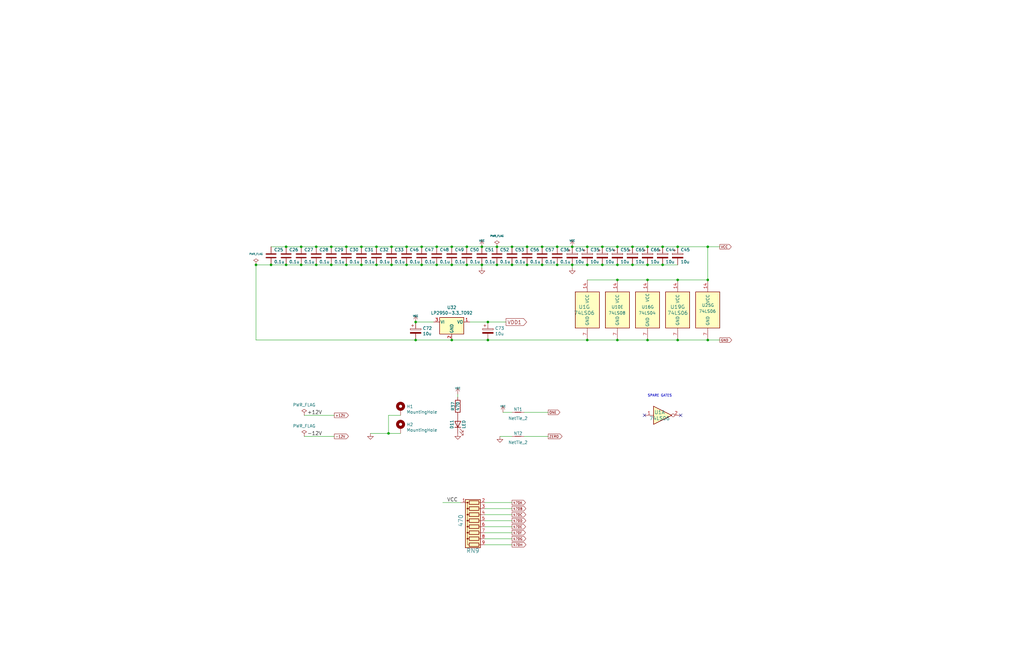
<source format=kicad_sch>
(kicad_sch (version 20211123) (generator eeschema)
  (paper "B")
  (lib_symbols
    (symbol "74xx:74LS04"
      (property "Reference" "U" (at 0 1.27 0))
      (property "Value" "74LS04" (at 0 -1.27 0))
      (symbol "74LS04_1_0"
        (polyline (pts (xy -3.81 3.81) (xy -3.81 -3.81) (xy 3.81 0) (xy -3.81 3.81)) (stroke (width 0.254)) (fill (type background)))
        (pin input line (at -7.62 0 0) (length 3.81) (name "~") (number "1"))
        (pin output inverted (at 7.62 0 180) (length 3.81) (name "~") (number "2"))
      )
      (symbol "74LS04_2_0"
        (polyline (pts (xy -3.81 3.81) (xy -3.81 -3.81) (xy 3.81 0) (xy -3.81 3.81)) (stroke (width 0.254)) (fill (type background)))
        (pin input line (at -7.62 0 0) (length 3.81) (name "~") (number "3"))
        (pin output inverted (at 7.62 0 180) (length 3.81) (name "~") (number "4"))
      )
      (symbol "74LS04_3_0"
        (polyline (pts (xy -3.81 3.81) (xy -3.81 -3.81) (xy 3.81 0) (xy -3.81 3.81)) (stroke (width 0.254)) (fill (type background)))
        (pin input line (at -7.62 0 0) (length 3.81) (name "~") (number "5"))
        (pin output inverted (at 7.62 0 180) (length 3.81) (name "~") (number "6"))
      )
      (symbol "74LS04_4_0"
        (polyline (pts (xy -3.81 3.81) (xy -3.81 -3.81) (xy 3.81 0) (xy -3.81 3.81)) (stroke (width 0.254)) (fill (type background)))
        (pin output inverted (at 7.62 0 180) (length 3.81) (name "~") (number "8"))
        (pin input line (at -7.62 0 0) (length 3.81) (name "~") (number "9"))
      )
      (symbol "74LS04_5_0"
        (polyline (pts (xy -3.81 3.81) (xy -3.81 -3.81) (xy 3.81 0) (xy -3.81 3.81)) (stroke (width 0.254)) (fill (type background)))
        (pin output inverted (at 7.62 0 180) (length 3.81) (name "~") (number "10"))
        (pin input line (at -7.62 0 0) (length 3.81) (name "~") (number "11"))
      )
      (symbol "74LS04_6_0"
        (polyline (pts (xy -3.81 3.81) (xy -3.81 -3.81) (xy 3.81 0) (xy -3.81 3.81)) (stroke (width 0.254)) (fill (type background)))
        (pin output inverted (at 7.62 0 180) (length 3.81) (name "~") (number "12"))
        (pin input line (at -7.62 0 0) (length 3.81) (name "~") (number "13"))
      )
      (symbol "74LS04_7_0"
        (pin power_in line (at 0 12.7 270) (length 5.08) (name "VCC") (number "14"))
        (pin power_in line (at 0 -12.7 90) (length 5.08) (name "GND") (number "7"))
      )
      (symbol "74LS04_7_1"
        (rectangle (start -5.08 7.62) (end 5.08 -7.62) (stroke (width 0.254)) (fill (type background)))
      )
    )
    (symbol "74xx:74LS06" (pin_names (offset 1.016))
      (property "Reference" "U" (at 0 1.27 0))
      (property "Value" "74LS06" (at 0 -1.27 0))
      (symbol "74LS06_1_0"
        (polyline (pts (xy -3.81 3.81) (xy -3.81 -3.81) (xy 3.81 0) (xy -3.81 3.81)) (stroke (width 0.254)) (fill (type background)))
        (pin input line (at -7.62 0 0) (length 3.81) (name "~") (number "1"))
        (pin open_collector inverted (at 7.62 0 180) (length 3.81) (name "~") (number "2"))
      )
      (symbol "74LS06_2_0"
        (polyline (pts (xy -3.81 3.81) (xy -3.81 -3.81) (xy 3.81 0) (xy -3.81 3.81)) (stroke (width 0.254)) (fill (type background)))
        (pin input line (at -7.62 0 0) (length 3.81) (name "~") (number "3"))
        (pin open_collector inverted (at 7.62 0 180) (length 3.81) (name "~") (number "4"))
      )
      (symbol "74LS06_3_0"
        (polyline (pts (xy -3.81 3.81) (xy -3.81 -3.81) (xy 3.81 0) (xy -3.81 3.81)) (stroke (width 0.254)) (fill (type background)))
        (pin input line (at -7.62 0 0) (length 3.81) (name "~") (number "5"))
        (pin open_collector inverted (at 7.62 0 180) (length 3.81) (name "~") (number "6"))
      )
      (symbol "74LS06_4_0"
        (polyline (pts (xy -3.81 3.81) (xy -3.81 -3.81) (xy 3.81 0) (xy -3.81 3.81)) (stroke (width 0.254)) (fill (type background)))
        (pin open_collector inverted (at 7.62 0 180) (length 3.81) (name "~") (number "8"))
        (pin input line (at -7.62 0 0) (length 3.81) (name "~") (number "9"))
      )
      (symbol "74LS06_5_0"
        (polyline (pts (xy -3.81 3.81) (xy -3.81 -3.81) (xy 3.81 0) (xy -3.81 3.81)) (stroke (width 0.254)) (fill (type background)))
        (pin open_collector inverted (at 7.62 0 180) (length 3.81) (name "~") (number "10"))
        (pin input line (at -7.62 0 0) (length 3.81) (name "~") (number "11"))
      )
      (symbol "74LS06_6_0"
        (polyline (pts (xy -3.81 3.81) (xy -3.81 -3.81) (xy 3.81 0) (xy -3.81 3.81)) (stroke (width 0.254)) (fill (type background)))
        (pin open_collector inverted (at 7.62 0 180) (length 3.81) (name "~") (number "12"))
        (pin input line (at -7.62 0 0) (length 3.81) (name "~") (number "13"))
      )
      (symbol "74LS06_7_0"
        (pin power_in line (at 0 12.7 270) (length 5.08) (name "VCC") (number "14"))
        (pin power_in line (at 0 -12.7 90) (length 5.08) (name "GND") (number "7"))
      )
      (symbol "74LS06_7_1"
        (rectangle (start -5.08 7.62) (end 5.08 -7.62) (stroke (width 0.254)) (fill (type background)))
      )
    )
    (symbol "74xx:74LS06N" (pin_names (offset 1.016))
      (property "Reference" "U" (at 0 1.27 0))
      (property "Value" "74LS06N" (at 0 -1.27 0))
      (symbol "74LS06N_1_0"
        (polyline (pts (xy -3.81 3.81) (xy -3.81 -3.81) (xy 3.81 0) (xy -3.81 3.81)) (stroke (width 0.254)) (fill (type background)))
        (pin input line (at -7.62 0 0) (length 3.81) (name "~") (number "1"))
        (pin open_collector inverted (at 7.62 0 180) (length 3.81) (name "~") (number "2"))
      )
      (symbol "74LS06N_2_0"
        (polyline (pts (xy -3.81 3.81) (xy -3.81 -3.81) (xy 3.81 0) (xy -3.81 3.81)) (stroke (width 0.254)) (fill (type background)))
        (pin input line (at -7.62 0 0) (length 3.81) (name "~") (number "3"))
        (pin open_collector inverted (at 7.62 0 180) (length 3.81) (name "~") (number "4"))
      )
      (symbol "74LS06N_3_0"
        (polyline (pts (xy -3.81 3.81) (xy -3.81 -3.81) (xy 3.81 0) (xy -3.81 3.81)) (stroke (width 0.254)) (fill (type background)))
        (pin input line (at -7.62 0 0) (length 3.81) (name "~") (number "5"))
        (pin open_collector inverted (at 7.62 0 180) (length 3.81) (name "~") (number "6"))
      )
      (symbol "74LS06N_4_0"
        (polyline (pts (xy -3.81 3.81) (xy -3.81 -3.81) (xy 3.81 0) (xy -3.81 3.81)) (stroke (width 0.254)) (fill (type background)))
        (pin open_collector inverted (at 7.62 0 180) (length 3.81) (name "~") (number "8"))
        (pin input line (at -7.62 0 0) (length 3.81) (name "~") (number "9"))
      )
      (symbol "74LS06N_5_0"
        (polyline (pts (xy -3.81 3.81) (xy -3.81 -3.81) (xy 3.81 0) (xy -3.81 3.81)) (stroke (width 0.254)) (fill (type background)))
        (pin open_collector inverted (at 7.62 0 180) (length 3.81) (name "~") (number "10"))
        (pin input line (at -7.62 0 0) (length 3.81) (name "~") (number "11"))
      )
      (symbol "74LS06N_6_0"
        (polyline (pts (xy -3.81 3.81) (xy -3.81 -3.81) (xy 3.81 0) (xy -3.81 3.81)) (stroke (width 0.254)) (fill (type background)))
        (pin open_collector inverted (at 7.62 0 180) (length 3.81) (name "~") (number "12"))
        (pin input line (at -7.62 0 0) (length 3.81) (name "~") (number "13"))
      )
      (symbol "74LS06N_7_0"
        (pin power_in line (at 0 12.7 270) (length 5.08) (name "VCC") (number "14"))
        (pin power_in line (at 0 -12.7 90) (length 5.08) (name "GND") (number "7"))
      )
      (symbol "74LS06N_7_1"
        (rectangle (start -5.08 7.62) (end 5.08 -7.62) (stroke (width 0.254)) (fill (type background)))
      )
    )
    (symbol "74xx:74LS08" (pin_names (offset 1.016))
      (property "Reference" "U" (at 0 1.27 0))
      (property "Value" "74LS08" (at 0 -1.27 0))
      (symbol "74LS08_1_1"
        (arc (start 0 -3.81) (mid 3.81 0) (end 0 3.81) (stroke (width 0.254)) (fill (type background)))
        (polyline (pts (xy 0 3.81) (xy -3.81 3.81) (xy -3.81 -3.81) (xy 0 -3.81)) (stroke (width 0.254)) (fill (type background)))
        (pin input line (at -7.62 2.54 0) (length 3.81) (name "~") (number "1"))
        (pin input line (at -7.62 -2.54 0) (length 3.81) (name "~") (number "2"))
        (pin output line (at 7.62 0 180) (length 3.81) (name "~") (number "3"))
      )
      (symbol "74LS08_1_2"
        (arc (start -3.81 -3.81) (mid -2.589 0) (end -3.81 3.81) (stroke (width 0.254)))
        (arc (start -0.6096 -3.81) (mid 2.1842 -2.5851) (end 3.81 0) (stroke (width 0.254)) (fill (type background)))
        (polyline (pts (xy -3.81 -3.81) (xy -0.635 -3.81)) (stroke (width 0.254)) (fill (type background)))
        (polyline (pts (xy -3.81 3.81) (xy -0.635 3.81)) (stroke (width 0.254)) (fill (type background)))
        (polyline (pts (xy -0.635 3.81) (xy -3.81 3.81) (xy -3.81 3.81) (xy -3.556 3.4036) (xy -3.0226 2.2606) (xy -2.6924 1.0414) (xy -2.6162 -0.254) (xy -2.7686 -1.4986) (xy -3.175 -2.7178) (xy -3.81 -3.81) (xy -3.81 -3.81) (xy -0.635 -3.81)) (stroke (width -25.4)) (fill (type background)))
        (arc (start 3.81 0) (mid 2.1915 2.5936) (end -0.6096 3.81) (stroke (width 0.254)) (fill (type background)))
        (pin input inverted (at -7.62 2.54 0) (length 4.318) (name "~") (number "1"))
        (pin input inverted (at -7.62 -2.54 0) (length 4.318) (name "~") (number "2"))
        (pin output inverted (at 7.62 0 180) (length 3.81) (name "~") (number "3"))
      )
      (symbol "74LS08_2_1"
        (arc (start 0 -3.81) (mid 3.81 0) (end 0 3.81) (stroke (width 0.254)) (fill (type background)))
        (polyline (pts (xy 0 3.81) (xy -3.81 3.81) (xy -3.81 -3.81) (xy 0 -3.81)) (stroke (width 0.254)) (fill (type background)))
        (pin input line (at -7.62 2.54 0) (length 3.81) (name "~") (number "4"))
        (pin input line (at -7.62 -2.54 0) (length 3.81) (name "~") (number "5"))
        (pin output line (at 7.62 0 180) (length 3.81) (name "~") (number "6"))
      )
      (symbol "74LS08_2_2"
        (arc (start -3.81 -3.81) (mid -2.589 0) (end -3.81 3.81) (stroke (width 0.254)))
        (arc (start -0.6096 -3.81) (mid 2.1842 -2.5851) (end 3.81 0) (stroke (width 0.254)) (fill (type background)))
        (polyline (pts (xy -3.81 -3.81) (xy -0.635 -3.81)) (stroke (width 0.254)) (fill (type background)))
        (polyline (pts (xy -3.81 3.81) (xy -0.635 3.81)) (stroke (width 0.254)) (fill (type background)))
        (polyline (pts (xy -0.635 3.81) (xy -3.81 3.81) (xy -3.81 3.81) (xy -3.556 3.4036) (xy -3.0226 2.2606) (xy -2.6924 1.0414) (xy -2.6162 -0.254) (xy -2.7686 -1.4986) (xy -3.175 -2.7178) (xy -3.81 -3.81) (xy -3.81 -3.81) (xy -0.635 -3.81)) (stroke (width -25.4)) (fill (type background)))
        (arc (start 3.81 0) (mid 2.1915 2.5936) (end -0.6096 3.81) (stroke (width 0.254)) (fill (type background)))
        (pin input inverted (at -7.62 2.54 0) (length 4.318) (name "~") (number "4"))
        (pin input inverted (at -7.62 -2.54 0) (length 4.318) (name "~") (number "5"))
        (pin output inverted (at 7.62 0 180) (length 3.81) (name "~") (number "6"))
      )
      (symbol "74LS08_3_1"
        (arc (start 0 -3.81) (mid 3.81 0) (end 0 3.81) (stroke (width 0.254)) (fill (type background)))
        (polyline (pts (xy 0 3.81) (xy -3.81 3.81) (xy -3.81 -3.81) (xy 0 -3.81)) (stroke (width 0.254)) (fill (type background)))
        (pin input line (at -7.62 -2.54 0) (length 3.81) (name "~") (number "10"))
        (pin output line (at 7.62 0 180) (length 3.81) (name "~") (number "8"))
        (pin input line (at -7.62 2.54 0) (length 3.81) (name "~") (number "9"))
      )
      (symbol "74LS08_3_2"
        (arc (start -3.81 -3.81) (mid -2.589 0) (end -3.81 3.81) (stroke (width 0.254)))
        (arc (start -0.6096 -3.81) (mid 2.1842 -2.5851) (end 3.81 0) (stroke (width 0.254)) (fill (type background)))
        (polyline (pts (xy -3.81 -3.81) (xy -0.635 -3.81)) (stroke (width 0.254)) (fill (type background)))
        (polyline (pts (xy -3.81 3.81) (xy -0.635 3.81)) (stroke (width 0.254)) (fill (type background)))
        (polyline (pts (xy -0.635 3.81) (xy -3.81 3.81) (xy -3.81 3.81) (xy -3.556 3.4036) (xy -3.0226 2.2606) (xy -2.6924 1.0414) (xy -2.6162 -0.254) (xy -2.7686 -1.4986) (xy -3.175 -2.7178) (xy -3.81 -3.81) (xy -3.81 -3.81) (xy -0.635 -3.81)) (stroke (width -25.4)) (fill (type background)))
        (arc (start 3.81 0) (mid 2.1915 2.5936) (end -0.6096 3.81) (stroke (width 0.254)) (fill (type background)))
        (pin input inverted (at -7.62 -2.54 0) (length 4.318) (name "~") (number "10"))
        (pin output inverted (at 7.62 0 180) (length 3.81) (name "~") (number "8"))
        (pin input inverted (at -7.62 2.54 0) (length 4.318) (name "~") (number "9"))
      )
      (symbol "74LS08_4_1"
        (arc (start 0 -3.81) (mid 3.81 0) (end 0 3.81) (stroke (width 0.254)) (fill (type background)))
        (polyline (pts (xy 0 3.81) (xy -3.81 3.81) (xy -3.81 -3.81) (xy 0 -3.81)) (stroke (width 0.254)) (fill (type background)))
        (pin output line (at 7.62 0 180) (length 3.81) (name "~") (number "11"))
        (pin input line (at -7.62 2.54 0) (length 3.81) (name "~") (number "12"))
        (pin input line (at -7.62 -2.54 0) (length 3.81) (name "~") (number "13"))
      )
      (symbol "74LS08_4_2"
        (arc (start -3.81 -3.81) (mid -2.589 0) (end -3.81 3.81) (stroke (width 0.254)))
        (arc (start -0.6096 -3.81) (mid 2.1842 -2.5851) (end 3.81 0) (stroke (width 0.254)) (fill (type background)))
        (polyline (pts (xy -3.81 -3.81) (xy -0.635 -3.81)) (stroke (width 0.254)) (fill (type background)))
        (polyline (pts (xy -3.81 3.81) (xy -0.635 3.81)) (stroke (width 0.254)) (fill (type background)))
        (polyline (pts (xy -0.635 3.81) (xy -3.81 3.81) (xy -3.81 3.81) (xy -3.556 3.4036) (xy -3.0226 2.2606) (xy -2.6924 1.0414) (xy -2.6162 -0.254) (xy -2.7686 -1.4986) (xy -3.175 -2.7178) (xy -3.81 -3.81) (xy -3.81 -3.81) (xy -0.635 -3.81)) (stroke (width -25.4)) (fill (type background)))
        (arc (start 3.81 0) (mid 2.1915 2.5936) (end -0.6096 3.81) (stroke (width 0.254)) (fill (type background)))
        (pin output inverted (at 7.62 0 180) (length 3.81) (name "~") (number "11"))
        (pin input inverted (at -7.62 2.54 0) (length 4.318) (name "~") (number "12"))
        (pin input inverted (at -7.62 -2.54 0) (length 4.318) (name "~") (number "13"))
      )
      (symbol "74LS08_5_0"
        (pin power_in line (at 0 12.7 270) (length 5.08) (name "VCC") (number "14"))
        (pin power_in line (at 0 -12.7 90) (length 5.08) (name "GND") (number "7"))
      )
      (symbol "74LS08_5_1"
        (rectangle (start -5.08 7.62) (end 5.08 -7.62) (stroke (width 0.254)) (fill (type background)))
      )
    )
    (symbol "Device:C" (pin_numbers hide) (pin_names (offset 0.254))
      (property "Reference" "C" (at 0.635 2.54 0))
      (property "Value" "C" (at 0.635 -2.54 0))
      (symbol "C_0_1"
        (polyline (pts (xy -2.032 -0.762) (xy 2.032 -0.762)) (stroke (width 0.508)))
        (polyline (pts (xy -2.032 0.762) (xy 2.032 0.762)) (stroke (width 0.508)))
      )
      (symbol "C_1_1"
        (pin passive line (at 0 3.81 270) (length 2.794) (name "~") (number "1"))
        (pin passive line (at 0 -3.81 90) (length 2.794) (name "~") (number "2"))
      )
    )
    (symbol "Device:C_Polarized" (pin_numbers hide) (pin_names (offset 0.254))
      (property "Reference" "C" (at 0.635 2.54 0))
      (property "Value" "C_Polarized" (at 0.635 -2.54 0))
      (symbol "C_Polarized_0_1"
        (rectangle (start -2.286 0.508) (end 2.286 1.016))
        (polyline (pts (xy -1.778 2.286) (xy -0.762 2.286)))
        (polyline (pts (xy -1.27 2.794) (xy -1.27 1.778)))
        (rectangle (start 2.286 -0.508) (end -2.286 -1.016) (fill (type outline)))
      )
      (symbol "C_Polarized_1_1"
        (pin passive line (at 0 3.81 270) (length 2.794) (name "~") (number "1"))
        (pin passive line (at 0 -3.81 90) (length 2.794) (name "~") (number "2"))
      )
    )
    (symbol "Device:LED" (pin_numbers hide) (pin_names (offset 1.016) hide)
      (property "Reference" "D" (at 0 2.54 0))
      (property "Value" "LED" (at 0 -2.54 0))
      (symbol "LED_0_1"
        (polyline (pts (xy -1.27 -1.27) (xy -1.27 1.27)) (stroke (width 0.254)))
        (polyline (pts (xy -1.27 0) (xy 1.27 0)))
        (polyline (pts (xy 1.27 -1.27) (xy 1.27 1.27) (xy -1.27 0) (xy 1.27 -1.27)) (stroke (width 0.254)))
        (polyline (pts (xy -3.048 -0.762) (xy -4.572 -2.286) (xy -3.81 -2.286) (xy -4.572 -2.286) (xy -4.572 -1.524)))
        (polyline (pts (xy -1.778 -0.762) (xy -3.302 -2.286) (xy -2.54 -2.286) (xy -3.302 -2.286) (xy -3.302 -1.524)))
      )
      (symbol "LED_1_1"
        (pin passive line (at -3.81 0 0) (length 2.54) (name "K") (number "1"))
        (pin passive line (at 3.81 0 180) (length 2.54) (name "A") (number "2"))
      )
    )
    (symbol "Device:NetTie_2" (pin_numbers hide) (pin_names (offset 0) hide) (in_bom no)
      (property "Reference" "NT" (at 0 1.27 0))
      (property "Value" "NetTie_2" (at 0 -1.27 0))
      (symbol "NetTie_2_0_1"
        (polyline (pts (xy -1.27 0) (xy 1.27 0)) (stroke (width 0.254)))
      )
      (symbol "NetTie_2_1_1"
        (pin passive line (at -2.54 0 0) (length 2.54) (name "1") (number "1"))
        (pin passive line (at 2.54 0 180) (length 2.54) (name "2") (number "2"))
      )
    )
    (symbol "Device:R" (pin_numbers hide) (pin_names (offset 0))
      (property "Reference" "R" (at 2.032 0 90))
      (property "Value" "R" (at 0 0 90))
      (symbol "R_0_1"
        (rectangle (start -1.016 -2.54) (end 1.016 2.54) (stroke (width 0.254)))
      )
      (symbol "R_1_1"
        (pin passive line (at 0 3.81 270) (length 1.27) (name "~") (number "1"))
        (pin passive line (at 0 -3.81 90) (length 1.27) (name "~") (number "2"))
      )
    )
    (symbol "Device:R_Network08" (pin_names (offset 0) hide)
      (property "Reference" "RN" (at -12.7 0 90))
      (property "Value" "R_Network08" (at 10.16 0 90))
      (symbol "R_Network08_0_1"
        (rectangle (start -11.43 -3.175) (end 8.89 3.175) (stroke (width 0.254)) (fill (type background)))
        (rectangle (start -10.922 1.524) (end -9.398 -2.54) (stroke (width 0.254)))
        (circle (center -10.16 2.286) (radius 0.254) (fill (type outline)))
        (rectangle (start -8.382 1.524) (end -6.858 -2.54) (stroke (width 0.254)))
        (circle (center -7.62 2.286) (radius 0.254) (fill (type outline)))
        (rectangle (start -5.842 1.524) (end -4.318 -2.54) (stroke (width 0.254)))
        (circle (center -5.08 2.286) (radius 0.254) (fill (type outline)))
        (rectangle (start -3.302 1.524) (end -1.778 -2.54) (stroke (width 0.254)))
        (circle (center -2.54 2.286) (radius 0.254) (fill (type outline)))
        (rectangle (start -0.762 1.524) (end 0.762 -2.54) (stroke (width 0.254)))
        (polyline (pts (xy -10.16 -2.54) (xy -10.16 -3.81)))
        (polyline (pts (xy -7.62 -2.54) (xy -7.62 -3.81)))
        (polyline (pts (xy -5.08 -2.54) (xy -5.08 -3.81)))
        (polyline (pts (xy -2.54 -2.54) (xy -2.54 -3.81)))
        (polyline (pts (xy 0 -2.54) (xy 0 -3.81)))
        (polyline (pts (xy 2.54 -2.54) (xy 2.54 -3.81)))
        (polyline (pts (xy 5.08 -2.54) (xy 5.08 -3.81)))
        (polyline (pts (xy 7.62 -2.54) (xy 7.62 -3.81)))
        (polyline (pts (xy -10.16 1.524) (xy -10.16 2.286) (xy -7.62 2.286) (xy -7.62 1.524)))
        (polyline (pts (xy -7.62 1.524) (xy -7.62 2.286) (xy -5.08 2.286) (xy -5.08 1.524)))
        (polyline (pts (xy -5.08 1.524) (xy -5.08 2.286) (xy -2.54 2.286) (xy -2.54 1.524)))
        (polyline (pts (xy -2.54 1.524) (xy -2.54 2.286) (xy 0 2.286) (xy 0 1.524)))
        (polyline (pts (xy 0 1.524) (xy 0 2.286) (xy 2.54 2.286) (xy 2.54 1.524)))
        (polyline (pts (xy 2.54 1.524) (xy 2.54 2.286) (xy 5.08 2.286) (xy 5.08 1.524)))
        (polyline (pts (xy 5.08 1.524) (xy 5.08 2.286) (xy 7.62 2.286) (xy 7.62 1.524)))
        (circle (center 0 2.286) (radius 0.254) (fill (type outline)))
        (rectangle (start 1.778 1.524) (end 3.302 -2.54) (stroke (width 0.254)))
        (circle (center 2.54 2.286) (radius 0.254) (fill (type outline)))
        (rectangle (start 4.318 1.524) (end 5.842 -2.54) (stroke (width 0.254)))
        (circle (center 5.08 2.286) (radius 0.254) (fill (type outline)))
        (rectangle (start 6.858 1.524) (end 8.382 -2.54) (stroke (width 0.254)))
      )
      (symbol "R_Network08_1_1"
        (pin passive line (at -10.16 5.08 270) (length 2.54) (name "common") (number "1"))
        (pin passive line (at -10.16 -5.08 90) (length 1.27) (name "R1") (number "2"))
        (pin passive line (at -7.62 -5.08 90) (length 1.27) (name "R2") (number "3"))
        (pin passive line (at -5.08 -5.08 90) (length 1.27) (name "R3") (number "4"))
        (pin passive line (at -2.54 -5.08 90) (length 1.27) (name "R4") (number "5"))
        (pin passive line (at 0 -5.08 90) (length 1.27) (name "R5") (number "6"))
        (pin passive line (at 2.54 -5.08 90) (length 1.27) (name "R6") (number "7"))
        (pin passive line (at 5.08 -5.08 90) (length 1.27) (name "R7") (number "8"))
        (pin passive line (at 7.62 -5.08 90) (length 1.27) (name "R8") (number "9"))
      )
    )
    (symbol "Mechanical:MountingHole_Pad" (pin_numbers hide) (pin_names (offset 1.016) hide)
      (property "Reference" "H" (at 0 6.35 0))
      (property "Value" "MountingHole_Pad" (at 0 4.445 0))
      (symbol "MountingHole_Pad_0_1"
        (circle (center 0 1.27) (radius 1.27) (stroke (width 1.27)))
      )
      (symbol "MountingHole_Pad_1_1"
        (pin input line (at 0 -2.54 90) (length 2.54) (name "1") (number "1"))
      )
    )
    (symbol "Regulator_Linear:LP2950-3.3_TO92" (pin_names (offset 0.254))
      (property "Reference" "U" (at -3.81 3.175 0))
      (property "Value" "LP2950-3.3_TO92" (at 0 3.175 0))
      (symbol "LP2950-3.3_TO92_0_1"
        (rectangle (start -5.08 -5.08) (end 5.08 1.905) (stroke (width 0.254)) (fill (type background)))
      )
      (symbol "LP2950-3.3_TO92_1_1"
        (pin power_out line (at 7.62 0 180) (length 2.54) (name "VO") (number "1"))
        (pin power_in line (at 0 -7.62 90) (length 2.54) (name "GND") (number "2"))
        (pin power_in line (at -7.62 0 0) (length 2.54) (name "VI") (number "3"))
      )
    )
    (symbol "power:GND" (power) (pin_names (offset 0))
      (property "Value" "GND" (at 0 -3.81 0))
      (symbol "GND_0_1"
        (polyline (pts (xy 0 0) (xy 0 -1.27) (xy 1.27 -1.27) (xy 0 -2.54) (xy -1.27 -1.27) (xy 0 -1.27)))
      )
      (symbol "GND_1_1"
        (pin power_in line (at 0 0 270) (length 0) hide (name "GND") (number "1"))
      )
    )
    (symbol "power:PWR_FLAG" (power) (pin_numbers hide) (pin_names (offset 0) hide)
      (property "Value" "PWR_FLAG" (at 0 3.81 0))
      (symbol "PWR_FLAG_0_0"
        (pin power_out line (at 0 0 90) (length 0) (name "pwr") (number "1"))
      )
      (symbol "PWR_FLAG_0_1"
        (polyline (pts (xy 0 0) (xy 0 1.27) (xy -1.016 1.905) (xy 0 2.54) (xy 1.016 1.905) (xy 0 1.27)))
      )
    )
    (symbol "power:VCC" (power) (pin_names (offset 0))
      (property "Value" "VCC" (at 0 3.81 0))
      (symbol "VCC_0_1"
        (polyline (pts (xy -0.762 1.27) (xy 0 2.54)))
        (polyline (pts (xy 0 0) (xy 0 2.54)))
        (polyline (pts (xy 0 2.54) (xy 0.762 1.27)))
      )
      (symbol "VCC_1_1"
        (pin power_in line (at 0 0 90) (length 0) hide (name "VCC") (number "1"))
      )
    )
  )
  (junction (at 273.05 118.11))
  (junction (at 190.5 143.51))
  (junction (at 234.95 104.14))
  (junction (at 120.65 104.14))
  (junction (at 158.75 111.76))
  (junction (at 241.3 104.14))
  (junction (at 260.35 118.11))
  (junction (at 241.3 111.76))
  (junction (at 266.7 104.14))
  (junction (at 163.83 182.88))
  (junction (at 175.26 143.51))
  (junction (at 205.74 135.89))
  (junction (at 133.35 111.76))
  (junction (at 190.5 104.14))
  (junction (at 165.1 111.76))
  (junction (at 158.75 104.14))
  (junction (at 175.26 135.89))
  (junction (at 285.75 118.11))
  (junction (at 298.45 104.14))
  (junction (at 222.25 111.76))
  (junction (at 228.6 111.76))
  (junction (at 107.95 111.76))
  (junction (at 127 104.14))
  (junction (at 254 104.14))
  (junction (at 215.9 111.76))
  (junction (at 205.74 143.51))
  (junction (at 171.45 111.76))
  (junction (at 152.4 111.76))
  (junction (at 209.55 111.76))
  (junction (at 254 111.76))
  (junction (at 222.25 104.14))
  (junction (at 273.05 143.51))
  (junction (at 146.05 111.76))
  (junction (at 273.05 111.76))
  (junction (at 190.5 111.76))
  (junction (at 127 111.76))
  (junction (at 215.9 104.14))
  (junction (at 177.8 104.14))
  (junction (at 260.35 104.14))
  (junction (at 279.4 111.76))
  (junction (at 196.85 104.14))
  (junction (at 146.05 104.14))
  (junction (at 203.2 111.76))
  (junction (at 177.8 111.76))
  (junction (at 260.35 143.51))
  (junction (at 247.65 143.51))
  (junction (at 234.95 111.76))
  (junction (at 152.4 104.14))
  (junction (at 285.75 143.51))
  (junction (at 139.7 111.76))
  (junction (at 266.7 111.76))
  (junction (at 228.6 104.14))
  (junction (at 285.75 104.14))
  (junction (at 184.15 104.14))
  (junction (at 114.3 111.76))
  (junction (at 165.1 104.14))
  (junction (at 196.85 111.76))
  (junction (at 279.4 104.14))
  (junction (at 247.65 111.76))
  (junction (at 298.45 143.51))
  (junction (at 260.35 111.76))
  (junction (at 120.65 111.76))
  (junction (at 247.65 104.14))
  (junction (at 209.55 104.14))
  (junction (at 273.05 104.14))
  (junction (at 171.45 104.14))
  (junction (at 139.7 104.14))
  (junction (at 298.45 118.11))
  (junction (at 133.35 104.14))
  (junction (at 184.15 111.76))
  (junction (at 203.2 104.14))
  (no_connect (at 271.78 175.26))
  (no_connect (at 287.02 175.26))
  (wire (pts (xy 266.7 104.14) (xy 273.05 104.14)))
  (wire (pts (xy 210.82 184.15) (xy 215.9 184.15)))
  (wire (pts (xy 298.45 143.51) (xy 303.53 143.51)))
  (wire (pts (xy 163.83 175.26) (xy 163.83 182.88)))
  (wire (pts (xy 168.91 182.88) (xy 163.83 182.88)))
  (wire (pts (xy 128.27 184.15) (xy 140.97 184.15)))
  (wire (pts (xy 215.9 111.76) (xy 222.25 111.76)))
  (wire (pts (xy 171.45 104.14) (xy 177.8 104.14)))
  (wire (pts (xy 215.9 217.17) (xy 204.47 217.17)))
  (wire (pts (xy 175.26 143.51) (xy 190.5 143.51)))
  (wire (pts (xy 177.8 111.76) (xy 184.15 111.76)))
  (wire (pts (xy 175.26 135.89) (xy 182.88 135.89)))
  (wire (pts (xy 203.2 104.14) (xy 209.55 104.14)))
  (wire (pts (xy 171.45 104.14) (xy 165.1 104.14)))
  (wire (pts (xy 215.9 214.63) (xy 204.47 214.63)))
  (wire (pts (xy 260.35 111.76) (xy 266.7 111.76)))
  (wire (pts (xy 128.27 175.26) (xy 140.97 175.26)))
  (wire (pts (xy 209.55 111.76) (xy 215.9 111.76)))
  (wire (pts (xy 165.1 104.14) (xy 158.75 104.14)))
  (wire (pts (xy 165.1 111.76) (xy 171.45 111.76)))
  (wire (pts (xy 158.75 104.14) (xy 152.4 104.14)))
  (wire (pts (xy 215.9 227.33) (xy 204.47 227.33)))
  (wire (pts (xy 285.75 118.11) (xy 298.45 118.11)))
  (wire (pts (xy 127 104.14) (xy 120.65 104.14)))
  (wire (pts (xy 247.65 143.51) (xy 260.35 143.51)))
  (wire (pts (xy 247.65 104.14) (xy 254 104.14)))
  (wire (pts (xy 222.25 104.14) (xy 228.6 104.14)))
  (wire (pts (xy 107.95 111.76) (xy 114.3 111.76)))
  (wire (pts (xy 273.05 143.51) (xy 285.75 143.51)))
  (wire (pts (xy 273.05 118.11) (xy 285.75 118.11)))
  (wire (pts (xy 234.95 104.14) (xy 241.3 104.14)))
  (wire (pts (xy 133.35 104.14) (xy 127 104.14)))
  (wire (pts (xy 203.2 111.76) (xy 203.2 113.03)))
  (wire (pts (xy 198.12 135.89) (xy 205.74 135.89)))
  (wire (pts (xy 273.05 104.14) (xy 279.4 104.14)))
  (wire (pts (xy 133.35 111.76) (xy 139.7 111.76)))
  (wire (pts (xy 114.3 111.76) (xy 120.65 111.76)))
  (wire (pts (xy 254 104.14) (xy 260.35 104.14)))
  (wire (pts (xy 247.65 111.76) (xy 254 111.76)))
  (wire (pts (xy 298.45 104.14) (xy 303.53 104.14)))
  (wire (pts (xy 285.75 104.14) (xy 298.45 104.14)))
  (wire (pts (xy 234.95 111.76) (xy 241.3 111.76)))
  (wire (pts (xy 273.05 111.76) (xy 279.4 111.76)))
  (wire (pts (xy 215.9 219.71) (xy 204.47 219.71)))
  (wire (pts (xy 203.2 111.76) (xy 209.55 111.76)))
  (wire (pts (xy 205.74 135.89) (xy 213.36 135.89)))
  (wire (pts (xy 212.09 173.99) (xy 215.9 173.99)))
  (wire (pts (xy 279.4 111.76) (xy 285.75 111.76)))
  (wire (pts (xy 215.9 224.79) (xy 204.47 224.79)))
  (wire (pts (xy 190.5 143.51) (xy 205.74 143.51)))
  (wire (pts (xy 241.3 111.76) (xy 241.3 113.03)))
  (wire (pts (xy 127 111.76) (xy 133.35 111.76)))
  (wire (pts (xy 163.83 182.88) (xy 156.21 182.88)))
  (wire (pts (xy 196.85 104.14) (xy 203.2 104.14)))
  (wire (pts (xy 205.74 143.51) (xy 247.65 143.51)))
  (wire (pts (xy 184.15 111.76) (xy 190.5 111.76)))
  (wire (pts (xy 107.95 111.76) (xy 107.95 143.51)))
  (wire (pts (xy 139.7 104.14) (xy 133.35 104.14)))
  (wire (pts (xy 215.9 222.25) (xy 204.47 222.25)))
  (wire (pts (xy 139.7 111.76) (xy 146.05 111.76)))
  (wire (pts (xy 152.4 104.14) (xy 146.05 104.14)))
  (wire (pts (xy 260.35 104.14) (xy 266.7 104.14)))
  (wire (pts (xy 196.85 111.76) (xy 203.2 111.76)))
  (wire (pts (xy 241.3 104.14) (xy 247.65 104.14)))
  (wire (pts (xy 228.6 111.76) (xy 234.95 111.76)))
  (wire (pts (xy 215.9 104.14) (xy 222.25 104.14)))
  (wire (pts (xy 168.91 175.26) (xy 163.83 175.26)))
  (wire (pts (xy 184.15 104.14) (xy 190.5 104.14)))
  (wire (pts (xy 171.45 111.76) (xy 177.8 111.76)))
  (wire (pts (xy 152.4 111.76) (xy 158.75 111.76)))
  (wire (pts (xy 194.31 212.09) (xy 186.69 212.09)))
  (wire (pts (xy 158.75 111.76) (xy 165.1 111.76)))
  (wire (pts (xy 260.35 118.11) (xy 273.05 118.11)))
  (wire (pts (xy 120.65 111.76) (xy 127 111.76)))
  (wire (pts (xy 215.9 229.87) (xy 204.47 229.87)))
  (wire (pts (xy 279.4 104.14) (xy 285.75 104.14)))
  (wire (pts (xy 146.05 104.14) (xy 139.7 104.14)))
  (wire (pts (xy 190.5 104.14) (xy 196.85 104.14)))
  (wire (pts (xy 220.98 173.99) (xy 231.14 173.99)))
  (wire (pts (xy 254 111.76) (xy 260.35 111.76)))
  (wire (pts (xy 120.65 104.14) (xy 114.3 104.14)))
  (wire (pts (xy 107.95 143.51) (xy 175.26 143.51)))
  (wire (pts (xy 241.3 111.76) (xy 247.65 111.76)))
  (wire (pts (xy 177.8 104.14) (xy 184.15 104.14)))
  (wire (pts (xy 190.5 111.76) (xy 196.85 111.76)))
  (wire (pts (xy 146.05 111.76) (xy 152.4 111.76)))
  (wire (pts (xy 260.35 143.51) (xy 273.05 143.51)))
  (wire (pts (xy 220.98 184.15) (xy 231.14 184.15)))
  (wire (pts (xy 215.9 212.09) (xy 204.47 212.09)))
  (wire (pts (xy 298.45 143.51) (xy 285.75 143.51)))
  (wire (pts (xy 266.7 111.76) (xy 273.05 111.76)))
  (wire (pts (xy 222.25 111.76) (xy 228.6 111.76)))
  (wire (pts (xy 228.6 104.14) (xy 234.95 104.14)))
  (wire (pts (xy 209.55 104.14) (xy 215.9 104.14)))
  (wire (pts (xy 298.45 118.11) (xy 298.45 104.14)))
  (wire (pts (xy 247.65 118.11) (xy 260.35 118.11)))
  (wire (pts (xy 193.04 167.64) (xy 193.04 166.37)))
  (text "SPARE GATES" (at 273.05 167.64 0) (effects (font (size 1.016 1.016)) (justify left bottom)))
  (label "VCC" (at 193.04 212.09 180) (effects (font (size 1.524 1.524))))
  (label "+12V" (at 129.54 175.26 0) (effects (font (size 1.524 1.524))))
  (label "-12V" (at 129.54 184.15 0) (effects (font (size 1.524 1.524))))
  (global_label "-12V" (shape output) (at 140.97 184.15 0) (effects (font (size 1.016 1.016))) (property "Intersheet References" "${INTERSHEET_REFS}" (effects hide)))
  (global_label "470F" (shape output) (at 215.9 224.79 0) (effects (font (size 1.016 1.016))) (property "Intersheet References" "${INTERSHEET_REFS}" (effects hide)))
  (global_label "470A" (shape output) (at 215.9 212.09 0) (effects (font (size 1.016 1.016))) (property "Intersheet References" "${INTERSHEET_REFS}" (effects hide)))
  (global_label "VCC" (shape output) (at 303.53 104.14 0) (effects (font (size 1.016 1.016))) (property "Intersheet References" "${INTERSHEET_REFS}" (effects hide)))
  (global_label "470H" (shape output) (at 215.9 229.87 0) (effects (font (size 1.016 1.016))) (property "Intersheet References" "${INTERSHEET_REFS}" (effects hide)))
  (global_label "ZERO" (shape output) (at 231.14 184.15 0) (effects (font (size 1.016 1.016))) (property "Intersheet References" "${INTERSHEET_REFS}" (effects hide)))
  (global_label "GND" (shape output) (at 303.53 143.51 0) (effects (font (size 1.016 1.016))) (property "Intersheet References" "${INTERSHEET_REFS}" (effects hide)))
  (global_label "470B" (shape output) (at 215.9 214.63 0) (effects (font (size 1.016 1.016))) (property "Intersheet References" "${INTERSHEET_REFS}" (effects hide)))
  (global_label "+12V" (shape output) (at 140.97 175.26 0) (effects (font (size 1.016 1.016))) (property "Intersheet References" "${INTERSHEET_REFS}" (effects hide)))
  (global_label "470E" (shape output) (at 215.9 222.25 0) (effects (font (size 1.016 1.016))) (property "Intersheet References" "${INTERSHEET_REFS}" (effects hide)))
  (global_label "470D" (shape output) (at 215.9 219.71 0) (effects (font (size 1.016 1.016))) (property "Intersheet References" "${INTERSHEET_REFS}" (effects hide)))
  (global_label "470C" (shape output) (at 215.9 217.17 0) (effects (font (size 1.016 1.016))) (property "Intersheet References" "${INTERSHEET_REFS}" (effects hide)))
  (global_label "VDD1" (shape output) (at 213.36 135.89 0) (effects (font (size 1.524 1.524))) (property "Intersheet References" "${INTERSHEET_REFS}" (effects hide)))
  (global_label "ONE" (shape output) (at 231.14 173.99 0) (effects (font (size 1.016 1.016))) (property "Intersheet References" "${INTERSHEET_REFS}" (effects hide)))
  (global_label "470G" (shape output) (at 215.9 227.33 0) (effects (font (size 1.016 1.016))) (property "Intersheet References" "${INTERSHEET_REFS}" (effects hide)))
  (symbol (lib_id "Device:C_Polarized") (at 279.4 107.95 0) (unit 1)
    (property "Reference" "C44" (at 280.67 105.41 0) (effects (justify left)))
    (property "Value" "10u" (at 280.67 110.49 0) (effects (justify left)))
    (property "Footprint" "Capacitor_THT:CP_Radial_D5.0mm_P2.50mm" (effects hide))
  )
  (symbol (lib_id "Device:C_Polarized") (at 285.75 107.95 0) (unit 1)
    (property "Reference" "C45" (at 287.02 105.41 0) (effects (justify left)))
    (property "Value" "10u" (at 287.02 110.49 0) (effects (justify left)))
    (property "Footprint" "Capacitor_THT:CP_Radial_D5.0mm_P2.50mm" (effects hide))
  )
  (symbol (lib_id "Device:C") (at 114.3 107.95 0) (unit 1)
    (property "Reference" "C25" (at 115.57 105.41 0) (effects (justify left)))
    (property "Value" "0.1u" (at 115.57 110.49 0) (effects (justify left)))
    (property "Footprint" "Capacitor_THT:C_Disc_D5.0mm_W2.5mm_P5.00mm" (effects hide))
  )
  (symbol (lib_id "Device:C") (at 177.8 107.95 0) (unit 1)
    (property "Reference" "C47" (at 179.07 105.41 0) (effects (justify left)))
    (property "Value" "0.1u" (at 179.07 110.49 0) (effects (justify left)))
    (property "Footprint" "Capacitor_THT:C_Disc_D5.0mm_W2.5mm_P5.00mm" (effects hide))
  )
  (symbol (lib_id "Device:C") (at 184.15 107.95 0) (unit 1)
    (property "Reference" "C48" (at 185.42 105.41 0) (effects (justify left)))
    (property "Value" "0.1u" (at 185.42 110.49 0) (effects (justify left)))
    (property "Footprint" "Capacitor_THT:C_Disc_D5.0mm_W2.5mm_P5.00mm" (effects hide))
  )
  (symbol (lib_id "Device:C") (at 190.5 107.95 0) (unit 1)
    (property "Reference" "C49" (at 191.77 105.41 0) (effects (justify left)))
    (property "Value" "0.1u" (at 191.77 110.49 0) (effects (justify left)))
    (property "Footprint" "Capacitor_THT:C_Disc_D5.0mm_W2.5mm_P5.00mm" (effects hide))
  )
  (symbol (lib_id "power:GND") (at 203.2 113.03 0) (unit 1)
    (property "Reference" "#PWR073" (effects hide))
    (property "Value" "GND" (effects hide))
  )
  (symbol (lib_id "power:VCC") (at 203.2 104.14 0) (unit 1)
    (property "Reference" "#PWR069" (effects hide))
    (property "Value" "VCC" (at 203.2 101.6 0) (effects (font (size 0.762 0.762))))
  )
  (symbol (lib_id "Device:C") (at 215.9 107.95 0) (unit 1)
    (property "Reference" "C53" (at 217.17 105.41 0) (effects (justify left)))
    (property "Value" "0.1u" (at 217.17 110.49 0) (effects (justify left)))
    (property "Footprint" "Capacitor_THT:C_Disc_D5.0mm_W2.5mm_P5.00mm" (effects hide))
  )
  (symbol (lib_id "Device:C") (at 165.1 107.95 0) (unit 1)
    (property "Reference" "C33" (at 166.37 105.41 0) (effects (justify left)))
    (property "Value" "0.1u" (at 166.37 110.49 0) (effects (justify left)))
    (property "Footprint" "Capacitor_THT:C_Disc_D5.0mm_W2.5mm_P5.00mm" (effects hide))
  )
  (symbol (lib_id "74xx:74LS04") (at 273.05 130.81 0) (unit 7)
    (property "Reference" "U16" (at 270.51 129.54 0) (effects (justify left)))
    (property "Value" "74LS04" (at 269.24 132.08 0) (effects (justify left)))
    (property "Footprint" "Package_DIP:DIP-14_W7.62mm" (effects hide))
    (property "Datasheet" "http://www.ti.com/lit/gpn/sn74LS04" (effects hide))
  )
  (symbol (lib_id "74xx:74LS08") (at 260.35 130.81 0) (unit 5)
    (property "Reference" "U10" (at 257.81 129.54 0) (effects (justify left)))
    (property "Value" "74LS08" (at 256.54 132.08 0) (effects (justify left)))
    (property "Footprint" "Package_DIP:DIP-14_W7.62mm" (effects hide))
    (property "Datasheet" "http://www.ti.com/lit/gpn/sn74LS08" (effects hide))
  )
  (symbol (lib_id "Device:C_Polarized") (at 175.26 139.7 0) (unit 1)
    (property "Reference" "C72" (at 178.2572 138.5316 0) (effects (justify left)))
    (property "Value" "10u" (at 178.2572 140.843 0) (effects (justify left)))
    (property "Footprint" "Capacitor_THT:CP_Radial_D5.0mm_P2.50mm" (effects hide))
  )
  (symbol (lib_id "Device:C_Polarized") (at 205.74 139.7 0) (unit 1)
    (property "Reference" "C73" (at 208.7372 138.5316 0) (effects (justify left)))
    (property "Value" "10u" (at 208.7372 140.843 0) (effects (justify left)))
    (property "Footprint" "Capacitor_THT:CP_Radial_D5.0mm_P2.50mm" (effects hide))
  )
  (symbol (lib_id "power:VCC") (at 175.26 135.89 0) (unit 1)
    (property "Reference" "#PWR075" (effects hide))
    (property "Value" "VCC" (at 175.26 133.35 0) (effects (font (size 0.762 0.762))))
  )
  (symbol (lib_id "Device:C") (at 171.45 107.95 0) (unit 1)
    (property "Reference" "C46" (at 172.72 105.41 0) (effects (justify left)))
    (property "Value" "0.1u" (at 172.72 110.49 0) (effects (justify left)))
    (property "Footprint" "Capacitor_THT:C_Disc_D5.0mm_W2.5mm_P5.00mm" (effects hide))
  )
  (symbol (lib_id "Regulator_Linear:LP2950-3.3_TO92") (at 190.5 135.89 0) (unit 1)
    (property "Reference" "U32" (at 190.5 129.7432 0))
    (property "Value" "LP2950-3.3_TO92" (at 190.5 132.0546 0))
    (property "Footprint" "Package_TO_SOT_THT:TO-92_HandSolder" (effects hide))
    (property "Datasheet" "http://www.ti.com/lit/ds/symlink/lp2950.pdf" (effects hide))
  )
  (symbol (lib_id "Device:C_Polarized") (at 266.7 107.95 0) (unit 1)
    (property "Reference" "C65" (at 267.97 105.41 0) (effects (justify left)))
    (property "Value" "10u" (at 267.97 110.49 0) (effects (justify left)))
    (property "Footprint" "Capacitor_THT:CP_Radial_D5.0mm_P2.50mm" (effects hide))
  )
  (symbol (lib_id "Device:C_Polarized") (at 273.05 107.95 0) (unit 1)
    (property "Reference" "C66" (at 274.32 105.41 0) (effects (justify left)))
    (property "Value" "10u" (at 274.32 110.49 0) (effects (justify left)))
    (property "Footprint" "Capacitor_THT:CP_Radial_D5.0mm_P2.50mm" (effects hide))
  )
  (symbol (lib_id "Device:C") (at 127 107.95 0) (unit 1)
    (property "Reference" "C27" (at 128.27 105.41 0) (effects (justify left)))
    (property "Value" "0.1u" (at 128.27 110.49 0) (effects (justify left)))
    (property "Footprint" "Capacitor_THT:C_Disc_D5.0mm_W2.5mm_P5.00mm" (effects hide))
  )
  (symbol (lib_id "Device:C") (at 133.35 107.95 0) (unit 1)
    (property "Reference" "C28" (at 134.62 105.41 0) (effects (justify left)))
    (property "Value" "0.1u" (at 134.62 110.49 0) (effects (justify left)))
    (property "Footprint" "Capacitor_THT:C_Disc_D5.0mm_W2.5mm_P5.00mm" (effects hide))
  )
  (symbol (lib_id "Device:C") (at 139.7 107.95 0) (unit 1)
    (property "Reference" "C29" (at 140.97 105.41 0) (effects (justify left)))
    (property "Value" "0.1u" (at 140.97 110.49 0) (effects (justify left)))
    (property "Footprint" "Capacitor_THT:C_Disc_D5.0mm_W2.5mm_P5.00mm" (effects hide))
  )
  (symbol (lib_id "power:GND") (at 193.04 182.88 0) (unit 1)
    (property "Reference" "#PWR071" (effects hide))
    (property "Value" "GND" (effects hide))
  )
  (symbol (lib_id "Device:C") (at 152.4 107.95 0) (unit 1)
    (property "Reference" "C31" (at 153.67 105.41 0) (effects (justify left)))
    (property "Value" "0.1u" (at 153.67 110.49 0) (effects (justify left)))
    (property "Footprint" "Capacitor_THT:C_Disc_D5.0mm_W2.5mm_P5.00mm" (effects hide))
  )
  (symbol (lib_id "Device:R_Network08") (at 199.39 222.25 90) (mirror x) (unit 1)
    (property "Reference" "RN9" (at 199.39 232.41 90) (effects (font (size 1.778 1.778))))
    (property "Value" "470" (at 194.31 219.71 0) (effects (font (size 1.778 1.778))))
    (property "Footprint" "Resistor_THT:R_Array_SIP9" (effects hide))
    (property "Datasheet" "http://www.vishay.com/docs/31509/csc.pdf" (effects hide))
  )
  (symbol (lib_id "power:VCC") (at 212.09 173.99 0) (unit 1)
    (property "Reference" "#PWR04" (effects hide))
    (property "Value" "VCC" (at 212.09 171.45 0) (effects (font (size 0.762 0.762))))
  )
  (symbol (lib_id "power:GND") (at 210.82 184.15 0) (unit 1)
    (property "Reference" "#PWR011" (effects hide))
    (property "Value" "GND" (effects hide))
  )
  (symbol (lib_id "power:GND") (at 156.21 182.88 0) (unit 1)
    (property "Reference" "#PWR0101" (effects hide))
    (property "Value" "GND" (effects hide))
  )
  (symbol (lib_id "Mechanical:MountingHole_Pad") (at 168.91 180.34 0) (unit 1)
    (property "Reference" "H2" (at 171.45 179.1716 0) (effects (justify left)))
    (property "Value" "MountingHole" (at 171.45 181.483 0) (effects (justify left)))
    (property "Footprint" "MountingHole:MountingHole_3.2mm_M3_Pad" (effects hide))
  )
  (symbol (lib_id "74xx:74LS06N") (at 298.45 130.81 0) (unit 7)
    (property "Reference" "U25" (at 295.91 129.54 0) (effects (justify left bottom)))
    (property "Value" "74LS06" (at 294.64 132.08 0) (effects (justify left bottom)))
    (property "Footprint" "Package_DIP:DIP-14_W7.62mm" (effects hide))
    (property "Datasheet" "http://www.ti.com/lit/gpn/sn74LS06N" (effects hide))
  )
  (symbol (lib_id "74xx:74LS06") (at 285.75 130.81 0) (unit 7)
    (property "Reference" "U19" (at 285.75 129.54 0) (effects (font (size 1.524 1.524))))
    (property "Value" "74LS06" (at 285.75 132.08 0) (effects (font (size 1.524 1.524))))
    (property "Footprint" "Package_DIP:DIP-14_W7.62mm" (effects hide))
    (property "Datasheet" "http://www.ti.com/lit/gpn/sn74LS06" (effects hide))
  )
  (symbol (lib_id "Device:C") (at 196.85 107.95 0) (unit 1)
    (property "Reference" "C50" (at 198.12 105.41 0) (effects (justify left)))
    (property "Value" "0.1u" (at 198.12 110.49 0) (effects (justify left)))
    (property "Footprint" "Capacitor_THT:C_Disc_D5.0mm_W2.5mm_P5.00mm" (effects hide))
  )
  (symbol (lib_id "Device:C") (at 203.2 107.95 0) (unit 1)
    (property "Reference" "C51" (at 204.47 105.41 0) (effects (justify left)))
    (property "Value" "0.1u" (at 204.47 110.49 0) (effects (justify left)))
    (property "Footprint" "Capacitor_THT:C_Disc_D5.0mm_W2.5mm_P5.00mm" (effects hide))
  )
  (symbol (lib_id "Mechanical:MountingHole_Pad") (at 168.91 172.72 0) (unit 1)
    (property "Reference" "H1" (at 171.45 171.5516 0) (effects (justify left)))
    (property "Value" "MountingHole" (at 171.45 173.863 0) (effects (justify left)))
    (property "Footprint" "MountingHole:MountingHole_3.2mm_M3_Pad" (effects hide))
  )
  (symbol (lib_id "power:PWR_FLAG") (at 128.27 175.26 0) (unit 1)
    (property "Reference" "#FLG07" (effects hide))
    (property "Value" "PWR_FLAG" (at 128.27 170.8658 0))
  )
  (symbol (lib_id "power:PWR_FLAG") (at 128.27 184.15 0) (unit 1)
    (property "Reference" "#FLG08" (effects hide))
    (property "Value" "PWR_FLAG" (at 128.27 179.7558 0))
  )
  (symbol (lib_id "power:PWR_FLAG") (at 209.55 104.14 0) (unit 1)
    (property "Reference" "#FLG05" (effects hide))
    (property "Value" "PWR_FLAG" (at 209.55 99.568 0) (effects (font (size 0.762 0.762))))
  )
  (symbol (lib_id "74xx:74LS06") (at 247.65 130.81 0) (unit 7)
    (property "Reference" "U1" (at 246.38 129.54 0) (effects (font (size 1.524 1.524))))
    (property "Value" "74LS06" (at 246.38 132.08 0) (effects (font (size 1.524 1.524))))
    (property "Footprint" "Package_DIP:DIP-14_W7.62mm" (effects hide))
    (property "Datasheet" "http://www.ti.com/lit/gpn/sn74LS06" (effects hide))
  )
  (symbol (lib_id "Device:C_Polarized") (at 241.3 107.95 0) (unit 1)
    (property "Reference" "C34" (at 242.57 105.41 0) (effects (justify left)))
    (property "Value" "10u" (at 242.57 110.49 0) (effects (justify left)))
    (property "Footprint" "Capacitor_THT:CP_Radial_D5.0mm_P2.50mm" (effects hide))
  )
  (symbol (lib_id "Device:C_Polarized") (at 247.65 107.95 0) (unit 1)
    (property "Reference" "C35" (at 248.92 105.41 0) (effects (justify left)))
    (property "Value" "10u" (at 248.92 110.49 0) (effects (justify left)))
    (property "Footprint" "Capacitor_THT:CP_Radial_D5.0mm_P2.50mm" (effects hide))
  )
  (symbol (lib_id "Device:LED") (at 193.04 179.07 90) (unit 1)
    (property "Reference" "D11" (at 190.5 179.07 0))
    (property "Value" "LED" (at 195.58 179.07 0))
    (property "Footprint" "LED_THT:LED_D3.0mm_Horizontal_O3.81mm_Z2.0mm" (effects hide))
  )
  (symbol (lib_id "Device:R") (at 193.04 171.45 180) (unit 1)
    (property "Reference" "R37" (at 191.008 171.45 90))
    (property "Value" "470" (at 193.04 171.45 90))
    (property "Footprint" "Resistor_THT:R_Axial_DIN0207_L6.3mm_D2.5mm_P7.62mm_Horizontal" (effects hide))
  )
  (symbol (lib_id "Device:C") (at 120.65 107.95 0) (unit 1)
    (property "Reference" "C26" (at 121.92 105.41 0) (effects (justify left)))
    (property "Value" "0.1u" (at 121.92 110.49 0) (effects (justify left)))
    (property "Footprint" "Capacitor_THT:C_Disc_D5.0mm_W2.5mm_P5.00mm" (effects hide))
  )
  (symbol (lib_id "power:VCC") (at 193.04 166.37 0) (unit 1)
    (property "Reference" "#PWR067" (effects hide))
    (property "Value" "VCC" (at 193.04 163.83 0) (effects (font (size 0.762 0.762))))
  )
  (symbol (lib_id "Device:C") (at 146.05 107.95 0) (unit 1)
    (property "Reference" "C30" (at 147.32 105.41 0) (effects (justify left)))
    (property "Value" "0.1u" (at 147.32 110.49 0) (effects (justify left)))
    (property "Footprint" "Capacitor_THT:C_Disc_D5.0mm_W2.5mm_P5.00mm" (effects hide))
  )
  (symbol (lib_id "power:PWR_FLAG") (at 107.95 111.76 0) (unit 1)
    (property "Reference" "#FLG06" (effects hide))
    (property "Value" "PWR_FLAG" (at 107.95 107.188 0) (effects (font (size 0.762 0.762))))
  )
  (symbol (lib_id "Device:C") (at 228.6 107.95 0) (unit 1)
    (property "Reference" "C57" (at 229.87 105.41 0) (effects (justify left)))
    (property "Value" "0.1u" (at 229.87 110.49 0) (effects (justify left)))
    (property "Footprint" "Capacitor_THT:C_Disc_D5.0mm_W2.5mm_P5.00mm" (effects hide))
  )
  (symbol (lib_id "power:GND") (at 241.3 113.03 0) (unit 1)
    (property "Reference" "#PWR072" (effects hide))
    (property "Value" "GND" (effects hide))
  )
  (symbol (lib_id "Device:C") (at 158.75 107.95 0) (unit 1)
    (property "Reference" "C32" (at 160.02 105.41 0) (effects (justify left)))
    (property "Value" "0.1u" (at 160.02 110.49 0) (effects (justify left)))
    (property "Footprint" "Capacitor_THT:C_Disc_D5.0mm_W2.5mm_P5.00mm" (effects hide))
  )
  (symbol (lib_id "Device:C") (at 222.25 107.95 0) (unit 1)
    (property "Reference" "C56" (at 223.52 105.41 0) (effects (justify left)))
    (property "Value" "0.1u" (at 223.52 110.49 0) (effects (justify left)))
    (property "Footprint" "Capacitor_THT:C_Disc_D5.0mm_W2.5mm_P5.00mm" (effects hide))
  )
  (symbol (lib_id "Device:C_Polarized") (at 254 107.95 0) (unit 1)
    (property "Reference" "C54" (at 255.27 105.41 0) (effects (justify left)))
    (property "Value" "10u" (at 255.27 110.49 0) (effects (justify left)))
    (property "Footprint" "Capacitor_THT:CP_Radial_D5.0mm_P2.50mm" (effects hide))
  )
  (symbol (lib_id "Device:C_Polarized") (at 260.35 107.95 0) (unit 1)
    (property "Reference" "C55" (at 261.62 105.41 0) (effects (justify left)))
    (property "Value" "10u" (at 261.62 110.49 0) (effects (justify left)))
    (property "Footprint" "Capacitor_THT:CP_Radial_D5.0mm_P2.50mm" (effects hide))
  )
  (symbol (lib_id "power:VCC") (at 241.3 104.14 0) (unit 1)
    (property "Reference" "#PWR068" (effects hide))
    (property "Value" "VCC" (at 241.3 101.6 0) (effects (font (size 0.762 0.762))))
  )
  (symbol (lib_id "Device:C") (at 209.55 107.95 0) (unit 1)
    (property "Reference" "C52" (at 210.82 105.41 0) (effects (justify left)))
    (property "Value" "0.1u" (at 210.82 110.49 0) (effects (justify left)))
    (property "Footprint" "Capacitor_THT:C_Disc_D5.0mm_W2.5mm_P5.00mm" (effects hide))
  )
  (symbol (lib_id "74xx:74LS06") (at 279.4 175.26 0) (unit 1)
    (property "Reference" "U1" (at 278.13 173.99 0) (effects (font (size 1.524 1.524))))
    (property "Value" "74LS06" (at 278.13 176.53 0) (effects (font (size 1.524 1.524))))
    (property "Footprint" "Package_DIP:DIP-14_W7.62mm" (effects hide))
    (property "Datasheet" "http://www.ti.com/lit/gpn/sn74LS06" (effects hide))
  )
  (symbol (lib_id "Device:C") (at 234.95 107.95 0) (unit 1)
    (property "Reference" "C36" (at 236.22 105.41 0) (effects (justify left)))
    (property "Value" "0.1u" (at 236.22 110.49 0) (effects (justify left)))
    (property "Footprint" "Capacitor_THT:C_Disc_D5.0mm_W2.5mm_P5.00mm" (effects hide))
  )
  (symbol (lib_id "Device:NetTie_2") (at 218.44 173.99 0) (unit 1) (in_bom no)
    (property "Reference" "NT1" (at 218.44 172.72 0))
    (property "Value" "NetTie_2" (at 218.44 176.53 0))
    (property "Footprint" "NetTie:NetTie-2_THT_Pad0.3mm" (effects hide))
  )
  (symbol (lib_id "Device:NetTie_2") (at 218.44 184.15 0) (unit 1) (in_bom no)
    (property "Reference" "NT2" (at 218.44 182.88 0))
    (property "Value" "NetTie_2" (at 218.44 186.69 0))
    (property "Footprint" "NetTie:NetTie-2_THT_Pad0.3mm" (effects hide))
  )
)
</source>
